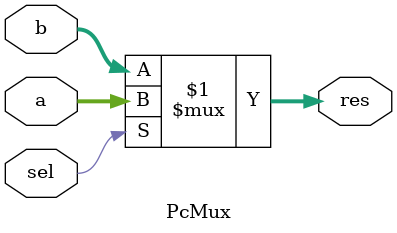
<source format=v>
module PcMux(res, a, b, sel);
   input [31:0] a, b;
   input	sel;
   output [31:0] res;

   assign res = (sel) ? a:b;
endmodule // main

</source>
